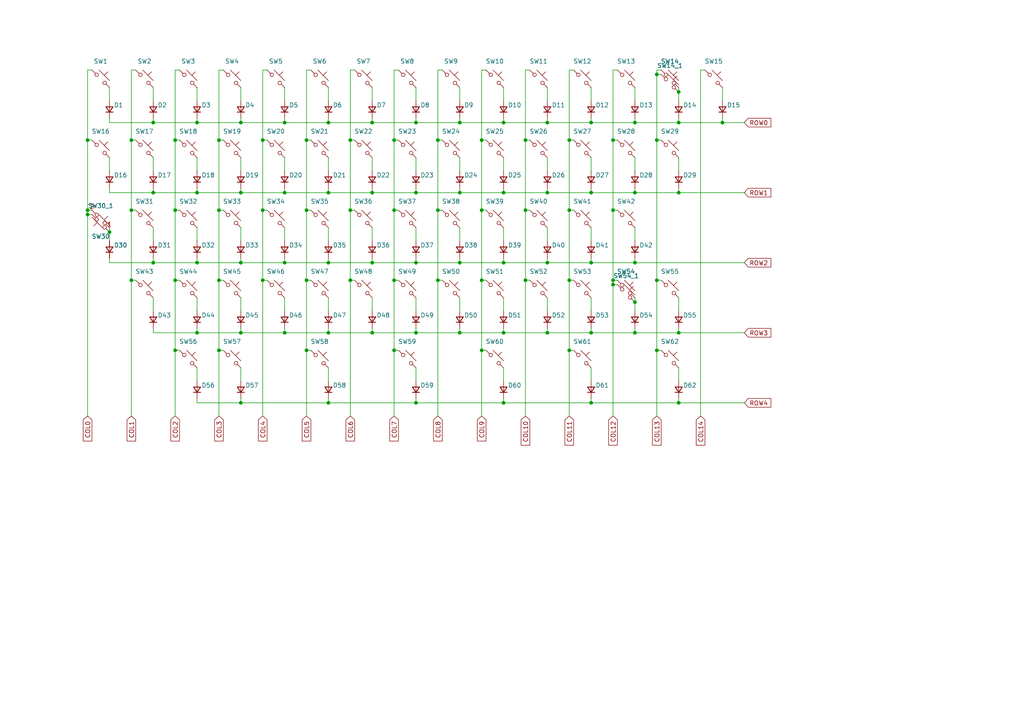
<source format=kicad_sch>
(kicad_sch (version 20250114) (generator "eeschema") (generator_version "9.0")
  (paper "A4")
  (junction (at 95.25 96.52))
  (junction (at 50.8 101.6))
  (junction (at 190.5 81.28))
  (junction (at 139.7 40.64))
  (junction (at 107.95 96.52))
  (junction (at 101.6 60.96))
  (junction (at 88.9 60.96))
  (junction (at 38.1 60.96))
  (junction (at 88.9 40.64))
  (junction (at 120.65 76.2))
  (junction (at 146.05 35.56))
  (junction (at 177.8 81.28))
  (junction (at 44.45 35.56))
  (junction (at 63.5 81.28))
  (junction (at 82.55 96.52))
  (junction (at 152.4 60.96))
  (junction (at 139.7 101.6))
  (junction (at 152.4 40.64))
  (junction (at 127 81.28))
  (junction (at 38.1 81.28))
  (junction (at 177.8 82.55))
  (junction (at 76.2 40.64))
  (junction (at 114.3 101.6))
  (junction (at 196.85 116.84))
  (junction (at 133.35 55.88))
  (junction (at 184.15 96.52))
  (junction (at 171.45 35.56))
  (junction (at 63.5 101.6))
  (junction (at 152.4 81.28))
  (junction (at 50.8 60.96))
  (junction (at 76.2 60.96))
  (junction (at 171.45 116.84))
  (junction (at 25.4 60.96))
  (junction (at 95.25 35.56))
  (junction (at 44.45 76.2))
  (junction (at 107.95 35.56))
  (junction (at 69.85 76.2))
  (junction (at 133.35 76.2))
  (junction (at 120.65 55.88))
  (junction (at 76.2 81.28))
  (junction (at 165.1 60.96))
  (junction (at 133.35 35.56))
  (junction (at 88.9 101.6))
  (junction (at 127 60.96))
  (junction (at 57.15 96.52))
  (junction (at 95.25 116.84))
  (junction (at 114.3 40.64))
  (junction (at 190.5 101.6))
  (junction (at 50.8 81.28))
  (junction (at 165.1 101.6))
  (junction (at 57.15 76.2))
  (junction (at 196.85 96.52))
  (junction (at 209.55 35.56))
  (junction (at 196.85 35.56))
  (junction (at 69.85 35.56))
  (junction (at 139.7 60.96))
  (junction (at 171.45 96.52))
  (junction (at 139.7 81.28))
  (junction (at 107.95 76.2))
  (junction (at 44.45 55.88))
  (junction (at 101.6 81.28))
  (junction (at 63.5 60.96))
  (junction (at 190.5 21.59))
  (junction (at 88.9 81.28))
  (junction (at 184.15 76.2))
  (junction (at 95.25 55.88))
  (junction (at 69.85 55.88))
  (junction (at 57.15 35.56))
  (junction (at 63.5 40.64))
  (junction (at 120.65 96.52))
  (junction (at 69.85 116.84))
  (junction (at 120.65 35.56))
  (junction (at 196.85 26.67))
  (junction (at 127 40.64))
  (junction (at 95.25 76.2))
  (junction (at 25.4 62.23))
  (junction (at 120.65 116.84))
  (junction (at 57.15 55.88))
  (junction (at 114.3 60.96))
  (junction (at 50.8 40.64))
  (junction (at 171.45 76.2))
  (junction (at 184.15 87.63))
  (junction (at 158.75 76.2))
  (junction (at 196.85 55.88))
  (junction (at 146.05 76.2))
  (junction (at 165.1 81.28))
  (junction (at 177.8 60.96))
  (junction (at 146.05 116.84))
  (junction (at 82.55 76.2))
  (junction (at 82.55 35.56))
  (junction (at 184.15 35.56))
  (junction (at 165.1 40.64))
  (junction (at 177.8 40.64))
  (junction (at 158.75 55.88))
  (junction (at 69.85 96.52))
  (junction (at 133.35 96.52))
  (junction (at 184.15 55.88))
  (junction (at 190.5 40.64))
  (junction (at 31.75 67.31))
  (junction (at 82.55 55.88))
  (junction (at 25.4 40.64))
  (junction (at 158.75 96.52))
  (junction (at 146.05 55.88))
  (junction (at 114.3 81.28))
  (junction (at 38.1 40.64))
  (junction (at 158.75 35.56))
  (junction (at 101.6 40.64))
  (junction (at 107.95 55.88))
  (junction (at 146.05 96.52))
  (junction (at 171.45 55.88))
  (wire (pts (xy 171.45 74.93) (xy 171.45 76.2)))
  (wire (pts (xy 139.7 40.64) (xy 139.7 60.96)))
  (wire (pts (xy 120.65 106.68) (xy 120.65 110.49)))
  (wire (pts (xy 101.6 40.64) (xy 101.6 60.96)))
  (wire (pts (xy 196.85 26.67) (xy 196.85 29.21)))
  (wire (pts (xy 44.45 35.56) (xy 57.15 35.56)))
  (wire (pts (xy 114.3 81.28) (xy 114.3 101.6)))
  (wire (pts (xy 101.6 81.28) (xy 101.6 120.65)))
  (wire (pts (xy 64.77 81.28) (xy 63.5 81.28)))
  (wire (pts (xy 120.65 76.2) (xy 133.35 76.2)))
  (wire (pts (xy 38.1 40.64) (xy 38.1 60.96)))
  (wire (pts (xy 128.27 81.28) (xy 127 81.28)))
  (wire (pts (xy 133.35 66.04) (xy 133.35 69.85)))
  (wire (pts (xy 76.2 81.28) (xy 76.2 120.65)))
  (wire (pts (xy 63.5 101.6) (xy 63.5 120.65)))
  (wire (pts (xy 128.27 20.32) (xy 127 20.32)))
  (wire (pts (xy 63.5 81.28) (xy 63.5 101.6)))
  (wire (pts (xy 95.25 25.4) (xy 95.25 29.21)))
  (wire (pts (xy 153.67 40.64) (xy 152.4 40.64)))
  (wire (pts (xy 171.45 35.56) (xy 184.15 35.56)))
  (wire (pts (xy 90.17 60.96) (xy 88.9 60.96)))
  (wire (pts (xy 146.05 74.93) (xy 146.05 76.2)))
  (wire (pts (xy 31.75 34.29) (xy 31.75 35.56)))
  (wire (pts (xy 127 60.96) (xy 127 81.28)))
  (wire (pts (xy 57.15 45.72) (xy 57.15 49.53)))
  (wire (pts (xy 190.5 40.64) (xy 190.5 81.28)))
  (wire (pts (xy 184.15 34.29) (xy 184.15 35.56)))
  (wire (pts (xy 95.25 76.2) (xy 107.95 76.2)))
  (wire (pts (xy 114.3 40.64) (xy 114.3 60.96)))
  (wire (pts (xy 38.1 20.32) (xy 38.1 40.64)))
  (wire (pts (xy 88.9 40.64) (xy 88.9 60.96)))
  (wire (pts (xy 77.47 40.64) (xy 76.2 40.64)))
  (wire (pts (xy 171.45 116.84) (xy 196.85 116.84)))
  (wire (pts (xy 82.55 66.04) (xy 82.55 69.85)))
  (wire (pts (xy 31.75 55.88) (xy 44.45 55.88)))
  (wire (pts (xy 69.85 34.29) (xy 69.85 35.56)))
  (wire (pts (xy 133.35 76.2) (xy 146.05 76.2)))
  (wire (pts (xy 165.1 40.64) (xy 165.1 60.96)))
  (wire (pts (xy 165.1 20.32) (xy 165.1 40.64)))
  (wire (pts (xy 69.85 96.52) (xy 82.55 96.52)))
  (wire (pts (xy 115.57 20.32) (xy 114.3 20.32)))
  (wire (pts (xy 120.65 115.57) (xy 120.65 116.84)))
  (wire (pts (xy 38.1 60.96) (xy 38.1 81.28)))
  (wire (pts (xy 127 20.32) (xy 127 40.64)))
  (wire (pts (xy 133.35 54.61) (xy 133.35 55.88)))
  (wire (pts (xy 69.85 115.57) (xy 69.85 116.84)))
  (wire (pts (xy 57.15 34.29) (xy 57.15 35.56)))
  (wire (pts (xy 171.45 66.04) (xy 171.45 69.85)))
  (wire (pts (xy 190.5 21.59) (xy 190.5 40.64)))
  (wire (pts (xy 101.6 20.32) (xy 101.6 40.64)))
  (wire (pts (xy 209.55 35.56) (xy 215.9 35.56)))
  (wire (pts (xy 52.07 40.64) (xy 50.8 40.64)))
  (wire (pts (xy 57.15 86.36) (xy 57.15 90.17)))
  (wire (pts (xy 133.35 95.25) (xy 133.35 96.52)))
  (wire (pts (xy 177.8 40.64) (xy 177.8 60.96)))
  (wire (pts (xy 38.1 81.28) (xy 38.1 120.65)))
  (wire (pts (xy 146.05 116.84) (xy 171.45 116.84)))
  (wire (pts (xy 44.45 55.88) (xy 57.15 55.88)))
  (wire (pts (xy 153.67 20.32) (xy 152.4 20.32)))
  (wire (pts (xy 82.55 35.56) (xy 95.25 35.56)))
  (wire (pts (xy 171.45 25.4) (xy 171.45 29.21)))
  (wire (pts (xy 31.75 45.72) (xy 31.75 49.53)))
  (wire (pts (xy 57.15 96.52) (xy 69.85 96.52)))
  (wire (pts (xy 77.47 20.32) (xy 76.2 20.32)))
  (wire (pts (xy 76.2 20.32) (xy 76.2 40.64)))
  (wire (pts (xy 165.1 60.96) (xy 165.1 81.28)))
  (wire (pts (xy 57.15 54.61) (xy 57.15 55.88)))
  (wire (pts (xy 90.17 20.32) (xy 88.9 20.32)))
  (wire (pts (xy 158.75 74.93) (xy 158.75 76.2)))
  (wire (pts (xy 26.67 62.23) (xy 25.4 62.23)))
  (wire (pts (xy 57.15 55.88) (xy 69.85 55.88)))
  (wire (pts (xy 69.85 76.2) (xy 82.55 76.2)))
  (wire (pts (xy 179.07 20.32) (xy 177.8 20.32)))
  (wire (pts (xy 196.85 115.57) (xy 196.85 116.84)))
  (wire (pts (xy 166.37 60.96) (xy 165.1 60.96)))
  (wire (pts (xy 196.85 95.25) (xy 196.85 96.52)))
  (wire (pts (xy 133.35 96.52) (xy 146.05 96.52)))
  (wire (pts (xy 177.8 82.55) (xy 177.8 120.65)))
  (wire (pts (xy 196.85 54.61) (xy 196.85 55.88)))
  (wire (pts (xy 120.65 116.84) (xy 146.05 116.84)))
  (wire (pts (xy 50.8 60.96) (xy 50.8 81.28)))
  (wire (pts (xy 107.95 55.88) (xy 120.65 55.88)))
  (wire (pts (xy 107.95 66.04) (xy 107.95 69.85)))
  (wire (pts (xy 171.45 106.68) (xy 171.45 110.49)))
  (wire (pts (xy 179.07 81.28) (xy 177.8 81.28)))
  (wire (pts (xy 82.55 25.4) (xy 82.55 29.21)))
  (wire (pts (xy 76.2 40.64) (xy 76.2 60.96)))
  (wire (pts (xy 64.77 40.64) (xy 63.5 40.64)))
  (wire (pts (xy 115.57 40.64) (xy 114.3 40.64)))
  (wire (pts (xy 209.55 25.4) (xy 209.55 29.21)))
  (wire (pts (xy 39.37 81.28) (xy 38.1 81.28)))
  (wire (pts (xy 50.8 101.6) (xy 50.8 120.65)))
  (wire (pts (xy 114.3 20.32) (xy 114.3 40.64)))
  (wire (pts (xy 184.15 87.63) (xy 184.15 90.17)))
  (wire (pts (xy 44.45 96.52) (xy 57.15 96.52)))
  (wire (pts (xy 158.75 34.29) (xy 158.75 35.56)))
  (wire (pts (xy 196.85 55.88) (xy 215.9 55.88)))
  (wire (pts (xy 146.05 45.72) (xy 146.05 49.53)))
  (wire (pts (xy 171.45 76.2) (xy 184.15 76.2)))
  (wire (pts (xy 44.45 76.2) (xy 57.15 76.2)))
  (wire (pts (xy 69.85 116.84) (xy 95.25 116.84)))
  (wire (pts (xy 165.1 81.28) (xy 165.1 101.6)))
  (wire (pts (xy 115.57 101.6) (xy 114.3 101.6)))
  (wire (pts (xy 190.5 101.6) (xy 190.5 120.65)))
  (wire (pts (xy 77.47 81.28) (xy 76.2 81.28)))
  (wire (pts (xy 102.87 81.28) (xy 101.6 81.28)))
  (wire (pts (xy 190.5 20.32) (xy 190.5 21.59)))
  (wire (pts (xy 26.67 20.32) (xy 25.4 20.32)))
  (wire (pts (xy 203.2 20.32) (xy 203.2 120.65)))
  (wire (pts (xy 52.07 81.28) (xy 50.8 81.28)))
  (wire (pts (xy 39.37 20.32) (xy 38.1 20.32)))
  (wire (pts (xy 139.7 60.96) (xy 139.7 81.28)))
  (wire (pts (xy 153.67 81.28) (xy 152.4 81.28)))
  (wire (pts (xy 69.85 106.68) (xy 69.85 110.49)))
  (wire (pts (xy 120.65 74.93) (xy 120.65 76.2)))
  (wire (pts (xy 133.35 45.72) (xy 133.35 49.53)))
  (wire (pts (xy 115.57 81.28) (xy 114.3 81.28)))
  (wire (pts (xy 146.05 76.2) (xy 158.75 76.2)))
  (wire (pts (xy 152.4 20.32) (xy 152.4 40.64)))
  (wire (pts (xy 171.45 86.36) (xy 171.45 90.17)))
  (wire (pts (xy 158.75 35.56) (xy 171.45 35.56)))
  (wire (pts (xy 120.65 54.61) (xy 120.65 55.88)))
  (wire (pts (xy 177.8 60.96) (xy 177.8 81.28)))
  (wire (pts (xy 120.65 55.88) (xy 133.35 55.88)))
  (wire (pts (xy 57.15 95.25) (xy 57.15 96.52)))
  (wire (pts (xy 120.65 34.29) (xy 120.65 35.56)))
  (wire (pts (xy 25.4 62.23) (xy 25.4 120.65)))
  (wire (pts (xy 146.05 55.88) (xy 158.75 55.88)))
  (wire (pts (xy 31.75 74.93) (xy 31.75 76.2)))
  (wire (pts (xy 31.75 54.61) (xy 31.75 55.88)))
  (wire (pts (xy 152.4 81.28) (xy 152.4 120.65)))
  (wire (pts (xy 158.75 54.61) (xy 158.75 55.88)))
  (wire (pts (xy 171.45 55.88) (xy 184.15 55.88)))
  (wire (pts (xy 166.37 81.28) (xy 165.1 81.28)))
  (wire (pts (xy 191.77 81.28) (xy 190.5 81.28)))
  (wire (pts (xy 77.47 60.96) (xy 76.2 60.96)))
  (wire (pts (xy 26.67 60.96) (xy 25.4 60.96)))
  (wire (pts (xy 107.95 45.72) (xy 107.95 49.53)))
  (wire (pts (xy 158.75 95.25) (xy 158.75 96.52)))
  (wire (pts (xy 95.25 95.25) (xy 95.25 96.52)))
  (wire (pts (xy 82.55 74.93) (xy 82.55 76.2)))
  (wire (pts (xy 50.8 20.32) (xy 50.8 40.64)))
  (wire (pts (xy 184.15 45.72) (xy 184.15 49.53)))
  (wire (pts (xy 64.77 60.96) (xy 63.5 60.96)))
  (wire (pts (xy 158.75 66.04) (xy 158.75 69.85)))
  (wire (pts (xy 120.65 86.36) (xy 120.65 90.17)))
  (wire (pts (xy 95.25 55.88) (xy 107.95 55.88)))
  (wire (pts (xy 95.25 74.93) (xy 95.25 76.2)))
  (wire (pts (xy 95.25 106.68) (xy 95.25 110.49)))
  (wire (pts (xy 25.4 40.64) (xy 25.4 60.96)))
  (wire (pts (xy 146.05 54.61) (xy 146.05 55.88)))
  (wire (pts (xy 90.17 40.64) (xy 88.9 40.64)))
  (wire (pts (xy 44.45 34.29) (xy 44.45 35.56)))
  (wire (pts (xy 90.17 101.6) (xy 88.9 101.6)))
  (wire (pts (xy 25.4 60.96) (xy 25.4 62.23)))
  (wire (pts (xy 31.75 67.31) (xy 31.75 69.85)))
  (wire (pts (xy 107.95 35.56) (xy 120.65 35.56)))
  (wire (pts (xy 133.35 86.36) (xy 133.35 90.17)))
  (wire (pts (xy 133.35 34.29) (xy 133.35 35.56)))
  (wire (pts (xy 158.75 76.2) (xy 171.45 76.2)))
  (wire (pts (xy 179.07 82.55) (xy 177.8 82.55)))
  (wire (pts (xy 95.25 116.84) (xy 120.65 116.84)))
  (wire (pts (xy 82.55 96.52) (xy 95.25 96.52)))
  (wire (pts (xy 196.85 25.4) (xy 196.85 26.67)))
  (wire (pts (xy 82.55 95.25) (xy 82.55 96.52)))
  (wire (pts (xy 177.8 20.32) (xy 177.8 40.64)))
  (wire (pts (xy 196.85 45.72) (xy 196.85 49.53)))
  (wire (pts (xy 69.85 35.56) (xy 82.55 35.56)))
  (wire (pts (xy 82.55 55.88) (xy 95.25 55.88)))
  (wire (pts (xy 107.95 95.25) (xy 107.95 96.52)))
  (wire (pts (xy 204.47 20.32) (xy 203.2 20.32)))
  (wire (pts (xy 184.15 86.36) (xy 184.15 87.63)))
  (wire (pts (xy 107.95 25.4) (xy 107.95 29.21)))
  (wire (pts (xy 52.07 101.6) (xy 50.8 101.6)))
  (wire (pts (xy 69.85 25.4) (xy 69.85 29.21)))
  (wire (pts (xy 57.15 106.68) (xy 57.15 110.49)))
  (wire (pts (xy 57.15 115.57) (xy 57.15 116.84)))
  (wire (pts (xy 57.15 116.84) (xy 69.85 116.84)))
  (wire (pts (xy 158.75 45.72) (xy 158.75 49.53)))
  (wire (pts (xy 69.85 66.04) (xy 69.85 69.85)))
  (wire (pts (xy 63.5 60.96) (xy 63.5 81.28)))
  (wire (pts (xy 133.35 55.88) (xy 146.05 55.88)))
  (wire (pts (xy 82.55 86.36) (xy 82.55 90.17)))
  (wire (pts (xy 158.75 55.88) (xy 171.45 55.88)))
  (wire (pts (xy 171.45 54.61) (xy 171.45 55.88)))
  (wire (pts (xy 146.05 25.4) (xy 146.05 29.21)))
  (wire (pts (xy 88.9 81.28) (xy 88.9 101.6)))
  (wire (pts (xy 69.85 54.61) (xy 69.85 55.88)))
  (wire (pts (xy 114.3 60.96) (xy 114.3 81.28)))
  (wire (pts (xy 52.07 60.96) (xy 50.8 60.96)))
  (wire (pts (xy 44.45 54.61) (xy 44.45 55.88)))
  (wire (pts (xy 95.25 86.36) (xy 95.25 90.17)))
  (wire (pts (xy 196.85 34.29) (xy 196.85 35.56)))
  (wire (pts (xy 166.37 101.6) (xy 165.1 101.6)))
  (wire (pts (xy 152.4 40.64) (xy 152.4 60.96)))
  (wire (pts (xy 25.4 20.32) (xy 25.4 40.64)))
  (wire (pts (xy 82.55 54.61) (xy 82.55 55.88)))
  (wire (pts (xy 146.05 86.36) (xy 146.05 90.17)))
  (wire (pts (xy 69.85 45.72) (xy 69.85 49.53)))
  (wire (pts (xy 57.15 76.2) (xy 69.85 76.2)))
  (wire (pts (xy 171.45 115.57) (xy 171.45 116.84)))
  (wire (pts (xy 88.9 20.32) (xy 88.9 40.64)))
  (wire (pts (xy 52.07 20.32) (xy 50.8 20.32)))
  (wire (pts (xy 102.87 20.32) (xy 101.6 20.32)))
  (wire (pts (xy 31.75 66.04) (xy 31.75 67.31)))
  (wire (pts (xy 171.45 45.72) (xy 171.45 49.53)))
  (wire (pts (xy 88.9 101.6) (xy 88.9 120.65)))
  (wire (pts (xy 101.6 60.96) (xy 101.6 81.28)))
  (wire (pts (xy 177.8 81.28) (xy 177.8 82.55)))
  (wire (pts (xy 190.5 81.28) (xy 190.5 101.6)))
  (wire (pts (xy 140.97 60.96) (xy 139.7 60.96)))
  (wire (pts (xy 165.1 101.6) (xy 165.1 120.65)))
  (wire (pts (xy 171.45 96.52) (xy 184.15 96.52)))
  (wire (pts (xy 166.37 20.32) (xy 165.1 20.32)))
  (wire (pts (xy 166.37 40.64) (xy 165.1 40.64)))
  (wire (pts (xy 128.27 60.96) (xy 127 60.96)))
  (wire (pts (xy 184.15 66.04) (xy 184.15 69.85)))
  (wire (pts (xy 102.87 60.96) (xy 101.6 60.96)))
  (wire (pts (xy 82.55 34.29) (xy 82.55 35.56)))
  (wire (pts (xy 95.25 66.04) (xy 95.25 69.85)))
  (wire (pts (xy 196.85 86.36) (xy 196.85 90.17)))
  (wire (pts (xy 184.15 95.25) (xy 184.15 96.52)))
  (wire (pts (xy 107.95 74.93) (xy 107.95 76.2)))
  (wire (pts (xy 133.35 35.56) (xy 146.05 35.56)))
  (wire (pts (xy 184.15 25.4) (xy 184.15 29.21)))
  (wire (pts (xy 69.85 74.93) (xy 69.85 76.2)))
  (wire (pts (xy 44.45 74.93) (xy 44.45 76.2)))
  (wire (pts (xy 82.55 45.72) (xy 82.55 49.53)))
  (wire (pts (xy 120.65 35.56) (xy 133.35 35.56)))
  (wire (pts (xy 196.85 116.84) (xy 215.9 116.84)))
  (wire (pts (xy 95.25 54.61) (xy 95.25 55.88)))
  (wire (pts (xy 120.65 66.04) (xy 120.65 69.85)))
  (wire (pts (xy 120.65 96.52) (xy 133.35 96.52)))
  (wire (pts (xy 31.75 35.56) (xy 44.45 35.56)))
  (wire (pts (xy 95.25 115.57) (xy 95.25 116.84)))
  (wire (pts (xy 39.37 60.96) (xy 38.1 60.96)))
  (wire (pts (xy 44.45 45.72) (xy 44.45 49.53)))
  (wire (pts (xy 63.5 40.64) (xy 63.5 60.96)))
  (wire (pts (xy 107.95 54.61) (xy 107.95 55.88)))
  (wire (pts (xy 196.85 35.56) (xy 209.55 35.56)))
  (wire (pts (xy 26.67 40.64) (xy 25.4 40.64)))
  (wire (pts (xy 50.8 81.28) (xy 50.8 101.6)))
  (wire (pts (xy 146.05 34.29) (xy 146.05 35.56)))
  (wire (pts (xy 196.85 106.68) (xy 196.85 110.49)))
  (wire (pts (xy 114.3 101.6) (xy 114.3 120.65)))
  (wire (pts (xy 209.55 34.29) (xy 209.55 35.56)))
  (wire (pts (xy 153.67 60.96) (xy 152.4 60.96)))
  (wire (pts (xy 57.15 74.93) (xy 57.15 76.2)))
  (wire (pts (xy 184.15 76.2) (xy 215.9 76.2)))
  (wire (pts (xy 44.45 95.25) (xy 44.45 96.52)))
  (wire (pts (xy 191.77 40.64) (xy 190.5 40.64)))
  (wire (pts (xy 140.97 101.6) (xy 139.7 101.6)))
  (wire (pts (xy 95.25 35.56) (xy 107.95 35.56)))
  (wire (pts (xy 69.85 86.36) (xy 69.85 90.17)))
  (wire (pts (xy 82.55 76.2) (xy 95.25 76.2)))
  (wire (pts (xy 184.15 35.56) (xy 196.85 35.56)))
  (wire (pts (xy 184.15 54.61) (xy 184.15 55.88)))
  (wire (pts (xy 146.05 35.56) (xy 158.75 35.56)))
  (wire (pts (xy 57.15 25.4) (xy 57.15 29.21)))
  (wire (pts (xy 39.37 40.64) (xy 38.1 40.64)))
  (wire (pts (xy 31.75 25.4) (xy 31.75 29.21)))
  (wire (pts (xy 95.25 96.52) (xy 107.95 96.52)))
  (wire (pts (xy 76.2 60.96) (xy 76.2 81.28)))
  (wire (pts (xy 107.95 86.36) (xy 107.95 90.17)))
  (wire (pts (xy 133.35 25.4) (xy 133.35 29.21)))
  (wire (pts (xy 171.45 95.25) (xy 171.45 96.52)))
  (wire (pts (xy 146.05 96.52) (xy 158.75 96.52)))
  (wire (pts (xy 140.97 81.28) (xy 139.7 81.28)))
  (wire (pts (xy 95.25 45.72) (xy 95.25 49.53)))
  (wire (pts (xy 196.85 96.52) (xy 215.9 96.52)))
  (wire (pts (xy 69.85 95.25) (xy 69.85 96.52)))
  (wire (pts (xy 158.75 96.52) (xy 171.45 96.52)))
  (wire (pts (xy 184.15 96.52) (xy 196.85 96.52)))
  (wire (pts (xy 152.4 60.96) (xy 152.4 81.28)))
  (wire (pts (xy 50.8 40.64) (xy 50.8 60.96)))
  (wire (pts (xy 115.57 60.96) (xy 114.3 60.96)))
  (wire (pts (xy 133.35 74.93) (xy 133.35 76.2)))
  (wire (pts (xy 146.05 106.68) (xy 146.05 110.49)))
  (wire (pts (xy 31.75 76.2) (xy 44.45 76.2)))
  (wire (pts (xy 90.17 81.28) (xy 88.9 81.28)))
  (wire (pts (xy 69.85 55.88) (xy 82.55 55.88)))
  (wire (pts (xy 191.77 101.6) (xy 190.5 101.6)))
  (wire (pts (xy 158.75 25.4) (xy 158.75 29.21)))
  (wire (pts (xy 191.77 20.32) (xy 190.5 20.32)))
  (wire (pts (xy 120.65 95.25) (xy 120.65 96.52)))
  (wire (pts (xy 179.07 40.64) (xy 177.8 40.64)))
  (wire (pts (xy 64.77 101.6) (xy 63.5 101.6)))
  (wire (pts (xy 140.97 20.32) (xy 139.7 20.32)))
  (wire (pts (xy 95.25 34.29) (xy 95.25 35.56)))
  (wire (pts (xy 63.5 20.32) (xy 63.5 40.64)))
  (wire (pts (xy 120.65 25.4) (xy 120.65 29.21)))
  (wire (pts (xy 191.77 21.59) (xy 190.5 21.59)))
  (wire (pts (xy 127 81.28) (xy 127 120.65)))
  (wire (pts (xy 120.65 45.72) (xy 120.65 49.53)))
  (wire (pts (xy 146.05 115.57) (xy 146.05 116.84)))
  (wire (pts (xy 128.27 40.64) (xy 127 40.64)))
  (wire (pts (xy 107.95 34.29) (xy 107.95 35.56)))
  (wire (pts (xy 107.95 96.52) (xy 120.65 96.52)))
  (wire (pts (xy 44.45 25.4) (xy 44.45 29.21)))
  (wire (pts (xy 57.15 35.56) (xy 69.85 35.56)))
  (wire (pts (xy 171.45 34.29) (xy 171.45 35.56)))
  (wire (pts (xy 44.45 66.04) (xy 44.45 69.85)))
  (wire (pts (xy 107.95 76.2) (xy 120.65 76.2)))
  (wire (pts (xy 139.7 81.28) (xy 139.7 101.6)))
  (wire (pts (xy 184.15 74.93) (xy 184.15 76.2)))
  (wire (pts (xy 146.05 95.25) (xy 146.05 96.52)))
  (wire (pts (xy 127 40.64) (xy 127 60.96)))
  (wire (pts (xy 57.15 66.04) (xy 57.15 69.85)))
  (wire (pts (xy 158.75 86.36) (xy 158.75 90.17)))
  (wire (pts (xy 139.7 20.32) (xy 139.7 40.64)))
  (wire (pts (xy 184.15 55.88) (xy 196.85 55.88)))
  (wire (pts (xy 179.07 60.96) (xy 177.8 60.96)))
  (wire (pts (xy 146.05 66.04) (xy 146.05 69.85)))
  (wire (pts (xy 64.77 20.32) (xy 63.5 20.32)))
  (wire (pts (xy 44.45 86.36) (xy 44.45 90.17)))
  (wire (pts (xy 102.87 40.64) (xy 101.6 40.64)))
  (wire (pts (xy 140.97 40.64) (xy 139.7 40.64)))
  (wire (pts (xy 139.7 101.6) (xy 139.7 120.65)))
  (wire (pts (xy 88.9 60.96) (xy 88.9 81.28)))
  (global_label "COL5" (shape input) (at 88.9 120.65 270) (property "Intersheetrefs" "${INTERSHEET_REFS}" (effects (hide yes))))
  (global_label "COL12" (shape input) (at 177.8 120.65 270) (property "Intersheetrefs" "${INTERSHEET_REFS}" (effects (hide yes))))
  (global_label "ROW1" (shape input) (at 215.9 55.88 0) (property "Intersheetrefs" "${INTERSHEET_REFS}" (effects (hide yes))))
  (global_label "ROW4" (shape input) (at 215.9 116.84 0) (property "Intersheetrefs" "${INTERSHEET_REFS}" (effects (hide yes))))
  (global_label "COL10" (shape input) (at 152.4 120.65 270) (property "Intersheetrefs" "${INTERSHEET_REFS}" (effects (hide yes))))
  (global_label "COL7" (shape input) (at 114.3 120.65 270) (property "Intersheetrefs" "${INTERSHEET_REFS}" (effects (hide yes))))
  (global_label "COL13" (shape input) (at 190.5 120.65 270) (property "Intersheetrefs" "${INTERSHEET_REFS}" (effects (hide yes))))
  (global_label "COL4" (shape input) (at 76.2 120.65 270) (property "Intersheetrefs" "${INTERSHEET_REFS}" (effects (hide yes))))
  (global_label "COL8" (shape input) (at 127 120.65 270) (property "Intersheetrefs" "${INTERSHEET_REFS}" (effects (hide yes))))
  (global_label "COL6" (shape input) (at 101.6 120.65 270) (property "Intersheetrefs" "${INTERSHEET_REFS}" (effects (hide yes))))
  (global_label "ROW2" (shape input) (at 215.9 76.2 0) (property "Intersheetrefs" "${INTERSHEET_REFS}" (effects (hide yes))))
  (global_label "COL3" (shape input) (at 63.5 120.65 270) (property "Intersheetrefs" "${INTERSHEET_REFS}" (effects (hide yes))))
  (global_label "COL11" (shape input) (at 165.1 120.65 270) (property "Intersheetrefs" "${INTERSHEET_REFS}" (effects (hide yes))))
  (global_label "COL2" (shape input) (at 50.8 120.65 270) (property "Intersheetrefs" "${INTERSHEET_REFS}" (effects (hide yes))))
  (global_label "ROW0" (shape input) (at 215.9 35.56 0) (property "Intersheetrefs" "${INTERSHEET_REFS}" (effects (hide yes))))
  (global_label "COL9" (shape input) (at 139.7 120.65 270) (property "Intersheetrefs" "${INTERSHEET_REFS}" (effects (hide yes))))
  (global_label "COL0" (shape input) (at 25.4 120.65 270) (property "Intersheetrefs" "${INTERSHEET_REFS}" (effects (hide yes))))
  (global_label "ROW3" (shape input) (at 215.9 96.52 0) (property "Intersheetrefs" "${INTERSHEET_REFS}" (effects (hide yes))))
  (global_label "COL14" (shape input) (at 203.2 120.65 270) (property "Intersheetrefs" "${INTERSHEET_REFS}" (effects (hide yes))))
  (global_label "COL1" (shape input) (at 38.1 120.65 270) (property "Intersheetrefs" "${INTERSHEET_REFS}" (effects (hide yes))))
  (symbol (lib_id "Device:D_Small") (at 57.15 72.39 90) (unit 1)
    (property "Reference" "D32" (at 58.42 71.12 90) (effects (justify right)))
    (property "Value" "1N4148" (effects (hide yes)))
    (property "Footprint" "Diode_SMD:D_0805_2012Metric_Pad1.15x1.40mm_HandSolder" (effects (hide yes)))
    (property "Sim.Device" "D" (effects (hide yes)))
    (property "Sim.Pins" "1=K 2=A" (effects (hide yes)))
  )
  (symbol (lib_id "Switch:SW_Push_45deg") (at 168.91 83.82 0) (unit 1)
    (property "Reference" "SW53" (at 168.91 78.74 0))
    (property "Value" "SW_Push" (effects (hide yes)))
    (property "Footprint" "locallib:SW_Hybrid_Cherry_MX_Alps_1.00u" (effects (hide yes)))
  )
  (symbol (lib_id "Device:D_Small") (at 95.25 72.39 90) (unit 1)
    (property "Reference" "D35" (at 96.52 71.12 90) (effects (justify right)))
    (property "Value" "1N4148" (effects (hide yes)))
    (property "Footprint" "Diode_SMD:D_0805_2012Metric_Pad1.15x1.40mm_HandSolder" (effects (hide yes)))
    (property "Sim.Device" "D" (effects (hide yes)))
    (property "Sim.Pins" "1=K 2=A" (effects (hide yes)))
  )
  (symbol (lib_id "Switch:SW_Push_45deg") (at 143.51 63.5 0) (unit 1)
    (property "Reference" "SW39" (at 143.51 58.42 0))
    (property "Value" "SW_Push" (effects (hide yes)))
    (property "Footprint" "locallib:SW_Hybrid_Cherry_MX_Alps_1.00u" (effects (hide yes)))
  )
  (symbol (lib_id "Device:D_Small") (at 57.15 113.03 90) (unit 1)
    (property "Reference" "D56" (at 58.42 111.76 90) (effects (justify right)))
    (property "Value" "1N4148" (effects (hide yes)))
    (property "Footprint" "Diode_SMD:D_0805_2012Metric_Pad1.15x1.40mm_HandSolder" (effects (hide yes)))
    (property "Sim.Device" "D" (effects (hide yes)))
    (property "Sim.Pins" "1=K 2=A" (effects (hide yes)))
  )
  (symbol (lib_id "Switch:SW_Push_45deg") (at 105.41 83.82 0) (unit 1)
    (property "Reference" "SW48" (at 105.41 78.74 0))
    (property "Value" "SW_Push" (effects (hide yes)))
    (property "Footprint" "locallib:SW_Hybrid_Cherry_MX_Alps_1.00u" (effects (hide yes)))
  )
  (symbol (lib_id "Switch:SW_Push_45deg") (at 29.21 43.18 0) (unit 1)
    (property "Reference" "SW16" (at 29.21 38.1 0))
    (property "Value" "SW_Push" (effects (hide yes)))
    (property "Footprint" "locallib:SW_Hybrid_Cherry_MX_Alps_1.00u" (effects (hide yes)))
  )
  (symbol (lib_id "Switch:SW_Push_45deg") (at 168.91 104.14 0) (unit 1)
    (property "Reference" "SW61" (at 168.91 99.06 0))
    (property "Value" "SW_Push" (effects (hide yes)))
    (property "Footprint" "locallib:SW_Hybrid_Cherry_MX_Alps_1.00u" (effects (hide yes)))
  )
  (symbol (lib_id "Switch:SW_Push_45deg") (at 67.31 104.14 0) (unit 1)
    (property "Reference" "SW57" (at 67.31 99.06 0))
    (property "Value" "SW_Push" (effects (hide yes)))
    (property "Footprint" "locallib:SW_Hybrid_Cherry_MX_Alps_1.00u" (effects (hide yes)))
  )
  (symbol (lib_id "Device:D_Small") (at 146.05 92.71 90) (unit 1)
    (property "Reference" "D51" (at 147.32 91.44 90) (effects (justify right)))
    (property "Value" "1N4148" (effects (hide yes)))
    (property "Footprint" "Diode_SMD:D_0805_2012Metric_Pad1.15x1.40mm_HandSolder" (effects (hide yes)))
    (property "Sim.Device" "D" (effects (hide yes)))
    (property "Sim.Pins" "1=K 2=A" (effects (hide yes)))
  )
  (symbol (lib_id "Device:D_Small") (at 95.25 113.03 90) (unit 1)
    (property "Reference" "D58" (at 96.52 111.76 90) (effects (justify right)))
    (property "Value" "1N4148" (effects (hide yes)))
    (property "Footprint" "Diode_SMD:D_0805_2012Metric_Pad1.15x1.40mm_HandSolder" (effects (hide yes)))
    (property "Sim.Device" "D" (effects (hide yes)))
    (property "Sim.Pins" "1=K 2=A" (effects (hide yes)))
  )
  (symbol (lib_id "Switch:SW_Push_45deg") (at 80.01 22.86 0) (unit 1)
    (property "Reference" "SW5" (at 80.01 17.78 0))
    (property "Value" "SW_Push" (effects (hide yes)))
    (property "Footprint" "locallib:SW_Hybrid_Cherry_MX_Alps_1.00u" (effects (hide yes)))
  )
  (symbol (lib_id "Switch:SW_Push_45deg") (at 181.61 22.86 0) (unit 1)
    (property "Reference" "SW13" (at 181.61 17.78 0))
    (property "Value" "SW_Push" (effects (hide yes)))
    (property "Footprint" "locallib:SW_Hybrid_Cherry_MX_Alps_1.00u" (effects (hide yes)))
  )
  (symbol (lib_id "Device:D_Small") (at 120.65 52.07 90) (unit 1)
    (property "Reference" "D23" (at 121.92 50.8 90) (effects (justify right)))
    (property "Value" "1N4148" (effects (hide yes)))
    (property "Footprint" "Diode_SMD:D_0805_2012Metric_Pad1.15x1.40mm_HandSolder" (effects (hide yes)))
    (property "Sim.Device" "D" (effects (hide yes)))
    (property "Sim.Pins" "1=K 2=A" (effects (hide yes)))
  )
  (symbol (lib_id "Switch:SW_Push_45deg") (at 118.11 104.14 0) (unit 1)
    (property "Reference" "SW59" (at 118.11 99.06 0))
    (property "Value" "SW_Push" (effects (hide yes)))
    (property "Footprint" "locallib:SW_Hybrid_Cherry_MX_Alps_1.00u" (effects (hide yes)))
  )
  (symbol (lib_id "Device:D_Small") (at 158.75 72.39 90) (unit 1)
    (property "Reference" "D40" (at 160.02 71.12 90) (effects (justify right)))
    (property "Value" "1N4148" (effects (hide yes)))
    (property "Footprint" "Diode_SMD:D_0805_2012Metric_Pad1.15x1.40mm_HandSolder" (effects (hide yes)))
    (property "Sim.Device" "D" (effects (hide yes)))
    (property "Sim.Pins" "1=K 2=A" (effects (hide yes)))
  )
  (symbol (lib_id "Switch:SW_Push_45deg") (at 41.91 22.86 0) (unit 1)
    (property "Reference" "SW2" (at 41.91 17.78 0))
    (property "Value" "SW_Push" (effects (hide yes)))
    (property "Footprint" "locallib:SW_Hybrid_Cherry_MX_Alps_1.00u" (effects (hide yes)))
  )
  (symbol (lib_id "Switch:SW_Push_45deg") (at 130.81 63.5 0) (unit 1)
    (property "Reference" "SW38" (at 130.81 58.42 0))
    (property "Value" "SW_Push" (effects (hide yes)))
    (property "Footprint" "locallib:SW_Hybrid_Cherry_MX_Alps_1.00u" (effects (hide yes)))
  )
  (symbol (lib_name "SW_Push_45deg_1") (lib_id "Switch:SW_Push_45deg") (at 29.21 63.5 180) (unit 1)
    (property "Reference" "SW30" (at 29.21 68.58 0))
    (property "Value" "SW_Push" (effects (hide yes)))
    (property "Footprint" "locallib:SW_Hybrid_Cherry_MX_Alps_1.00u" (effects (hide yes)))
  )
  (symbol (lib_id "Switch:SW_Push_45deg") (at 143.51 43.18 0) (unit 1)
    (property "Reference" "SW25" (at 143.51 38.1 0))
    (property "Value" "SW_Push" (effects (hide yes)))
    (property "Footprint" "locallib:SW_Hybrid_Cherry_MX_Alps_1.00u" (effects (hide yes)))
  )
  (symbol (lib_id "Device:D_Small") (at 184.15 92.71 90) (unit 1)
    (property "Reference" "D54" (at 185.42 91.44 90) (effects (justify right)))
    (property "Value" "1N4148" (effects (hide yes)))
    (property "Footprint" "Diode_SMD:D_0805_2012Metric_Pad1.15x1.40mm_HandSolder" (effects (hide yes)))
    (property "Sim.Device" "D" (effects (hide yes)))
    (property "Sim.Pins" "1=K 2=A" (effects (hide yes)))
  )
  (symbol (lib_id "Device:D_Small") (at 196.85 92.71 90) (unit 1)
    (property "Reference" "D55" (at 198.12 91.44 90) (effects (justify right)))
    (property "Value" "1N4148" (effects (hide yes)))
    (property "Footprint" "Diode_SMD:D_0805_2012Metric_Pad1.15x1.40mm_HandSolder" (effects (hide yes)))
    (property "Sim.Device" "D" (effects (hide yes)))
    (property "Sim.Pins" "1=K 2=A" (effects (hide yes)))
  )
  (symbol (lib_id "Switch:SW_Push_45deg") (at 194.31 24.13 0) (unit 1)
    (property "Reference" "SW14_1" (at 194.31 19.05 0))
    (property "Value" "SW_Push" (effects (hide yes)))
    (property "Footprint" "locallib:SW_Hybrid_Cherry_MX_Alps_1.00u" (effects (hide yes)))
  )
  (symbol (lib_id "Device:D_Small") (at 209.55 31.75 90) (unit 1)
    (property "Reference" "D15" (at 210.82 30.48 90) (effects (justify right)))
    (property "Value" "1N4148" (effects (hide yes)))
    (property "Footprint" "Diode_SMD:D_0805_2012Metric_Pad1.15x1.40mm_HandSolder" (effects (hide yes)))
    (property "Sim.Device" "D" (effects (hide yes)))
    (property "Sim.Pins" "1=K 2=A" (effects (hide yes)))
  )
  (symbol (lib_id "Device:D_Small") (at 44.45 72.39 90) (unit 1)
    (property "Reference" "D31" (at 45.72 71.12 90) (effects (justify right)))
    (property "Value" "1N4148" (effects (hide yes)))
    (property "Footprint" "Diode_SMD:D_0805_2012Metric_Pad1.15x1.40mm_HandSolder" (effects (hide yes)))
    (property "Sim.Device" "D" (effects (hide yes)))
    (property "Sim.Pins" "1=K 2=A" (effects (hide yes)))
  )
  (symbol (lib_id "Device:D_Small") (at 69.85 52.07 90) (unit 1)
    (property "Reference" "D19" (at 71.12 50.8 90) (effects (justify right)))
    (property "Value" "1N4148" (effects (hide yes)))
    (property "Footprint" "Diode_SMD:D_0805_2012Metric_Pad1.15x1.40mm_HandSolder" (effects (hide yes)))
    (property "Sim.Device" "D" (effects (hide yes)))
    (property "Sim.Pins" "1=K 2=A" (effects (hide yes)))
  )
  (symbol (lib_id "Device:D_Small") (at 31.75 31.75 90) (unit 1)
    (property "Reference" "D1" (at 33.02 30.48 90) (effects (justify right)))
    (property "Value" "1N4148" (effects (hide yes)))
    (property "Footprint" "Diode_SMD:D_0805_2012Metric_Pad1.15x1.40mm_HandSolder" (effects (hide yes)))
    (property "Sim.Device" "D" (effects (hide yes)))
    (property "Sim.Pins" "1=K 2=A" (effects (hide yes)))
  )
  (symbol (lib_id "Device:D_Small") (at 171.45 72.39 90) (unit 1)
    (property "Reference" "D41" (at 172.72 71.12 90) (effects (justify right)))
    (property "Value" "1N4148" (effects (hide yes)))
    (property "Footprint" "Diode_SMD:D_0805_2012Metric_Pad1.15x1.40mm_HandSolder" (effects (hide yes)))
    (property "Sim.Device" "D" (effects (hide yes)))
    (property "Sim.Pins" "1=K 2=A" (effects (hide yes)))
  )
  (symbol (lib_id "Switch:SW_Push_45deg") (at 156.21 63.5 0) (unit 1)
    (property "Reference" "SW40" (at 156.21 58.42 0))
    (property "Value" "SW_Push" (effects (hide yes)))
    (property "Footprint" "locallib:SW_Hybrid_Cherry_MX_Alps_1.00u" (effects (hide yes)))
  )
  (symbol (lib_id "Switch:SW_Push_45deg") (at 54.61 22.86 0) (unit 1)
    (property "Reference" "SW3" (at 54.61 17.78 0))
    (property "Value" "SW_Push" (effects (hide yes)))
    (property "Footprint" "locallib:SW_Hybrid_Cherry_MX_Alps_1.00u" (effects (hide yes)))
  )
  (symbol (lib_id "Device:D_Small") (at 95.25 31.75 90) (unit 1)
    (property "Reference" "D6" (at 96.52 30.48 90) (effects (justify right)))
    (property "Value" "1N4148" (effects (hide yes)))
    (property "Footprint" "Diode_SMD:D_0805_2012Metric_Pad1.15x1.40mm_HandSolder" (effects (hide yes)))
    (property "Sim.Device" "D" (effects (hide yes)))
    (property "Sim.Pins" "1=K 2=A" (effects (hide yes)))
  )
  (symbol (lib_id "Switch:SW_Push_45deg") (at 143.51 83.82 0) (unit 1)
    (property "Reference" "SW51" (at 143.51 78.74 0))
    (property "Value" "SW_Push" (effects (hide yes)))
    (property "Footprint" "locallib:SW_Hybrid_Cherry_MX_Alps_1.00u" (effects (hide yes)))
  )
  (symbol (lib_id "Switch:SW_Push_45deg") (at 92.71 104.14 0) (unit 1)
    (property "Reference" "SW58" (at 92.71 99.06 0))
    (property "Value" "SW_Push" (effects (hide yes)))
    (property "Footprint" "locallib:SW_Hybrid_Cherry_MX_Alps_1.00u" (effects (hide yes)))
  )
  (symbol (lib_id "Switch:SW_Push_45deg") (at 54.61 83.82 0) (unit 1)
    (property "Reference" "SW44" (at 54.61 78.74 0))
    (property "Value" "SW_Push" (effects (hide yes)))
    (property "Footprint" "locallib:SW_Hybrid_Cherry_MX_Alps_1.00u" (effects (hide yes)))
  )
  (symbol (lib_id "Switch:SW_Push_45deg") (at 67.31 43.18 0) (unit 1)
    (property "Reference" "SW19" (at 67.31 38.1 0))
    (property "Value" "SW_Push" (effects (hide yes)))
    (property "Footprint" "locallib:SW_Hybrid_Cherry_MX_Alps_1.00u" (effects (hide yes)))
  )
  (symbol (lib_id "Switch:SW_Push_45deg") (at 181.61 83.82 0) (unit 1)
    (property "Reference" "SW54" (at 181.61 78.74 0))
    (property "Value" "SW_Push" (effects (hide yes)))
    (property "Footprint" "locallib:SW_Hybrid_Cherry_MX_Alps_1.00u" (effects (hide yes)))
  )
  (symbol (lib_id "Switch:SW_Push_45deg") (at 118.11 22.86 0) (unit 1)
    (property "Reference" "SW8" (at 118.11 17.78 0))
    (property "Value" "SW_Push" (effects (hide yes)))
    (property "Footprint" "locallib:SW_Hybrid_Cherry_MX_Alps_1.00u" (effects (hide yes)))
  )
  (symbol (lib_id "Device:D_Small") (at 82.55 72.39 90) (unit 1)
    (property "Reference" "D34" (at 83.82 71.12 90) (effects (justify right)))
    (property "Value" "1N4148" (effects (hide yes)))
    (property "Footprint" "Diode_SMD:D_0805_2012Metric_Pad1.15x1.40mm_HandSolder" (effects (hide yes)))
    (property "Sim.Device" "D" (effects (hide yes)))
    (property "Sim.Pins" "1=K 2=A" (effects (hide yes)))
  )
  (symbol (lib_id "Switch:SW_Push_45deg") (at 156.21 43.18 0) (unit 1)
    (property "Reference" "SW26" (at 156.21 38.1 0))
    (property "Value" "SW_Push" (effects (hide yes)))
    (property "Footprint" "locallib:SW_Hybrid_Cherry_MX_Alps_1.00u" (effects (hide yes)))
  )
  (symbol (lib_id "Switch:SW_Push_45deg") (at 130.81 22.86 0) (unit 1)
    (property "Reference" "SW9" (at 130.81 17.78 0))
    (property "Value" "SW_Push" (effects (hide yes)))
    (property "Footprint" "locallib:SW_Hybrid_Cherry_MX_Alps_1.00u" (effects (hide yes)))
  )
  (symbol (lib_id "Switch:SW_Push_45deg") (at 92.71 83.82 0) (unit 1)
    (property "Reference" "SW47" (at 92.71 78.74 0))
    (property "Value" "SW_Push" (effects (hide yes)))
    (property "Footprint" "locallib:SW_Hybrid_Cherry_MX_Alps_1.00u" (effects (hide yes)))
  )
  (symbol (lib_id "Device:D_Small") (at 171.45 52.07 90) (unit 1)
    (property "Reference" "D27" (at 172.72 50.8 90) (effects (justify right)))
    (property "Value" "1N4148" (effects (hide yes)))
    (property "Footprint" "Diode_SMD:D_0805_2012Metric_Pad1.15x1.40mm_HandSolder" (effects (hide yes)))
    (property "Sim.Device" "D" (effects (hide yes)))
    (property "Sim.Pins" "1=K 2=A" (effects (hide yes)))
  )
  (symbol (lib_id "Switch:SW_Push_45deg") (at 80.01 43.18 0) (unit 1)
    (property "Reference" "SW20" (at 80.01 38.1 0))
    (property "Value" "SW_Push" (effects (hide yes)))
    (property "Footprint" "locallib:SW_Hybrid_Cherry_MX_Alps_1.00u" (effects (hide yes)))
  )
  (symbol (lib_id "Switch:SW_Push_45deg") (at 194.31 22.86 0) (unit 1)
    (property "Reference" "SW14" (at 194.31 17.78 0))
    (property "Value" "SW_Push" (effects (hide yes)))
    (property "Footprint" "locallib:SW_Hybrid_Cherry_MX_Alps_1.00u" (effects (hide yes)))
  )
  (symbol (lib_id "Switch:SW_Push_45deg") (at 130.81 83.82 0) (unit 1)
    (property "Reference" "SW50" (at 130.81 78.74 0))
    (property "Value" "SW_Push" (effects (hide yes)))
    (property "Footprint" "locallib:SW_Hybrid_Cherry_MX_Alps_1.00u" (effects (hide yes)))
  )
  (symbol (lib_id "Switch:SW_Push_45deg") (at 29.21 64.77 0) (unit 1)
    (property "Reference" "SW30_1" (at 29.21 59.69 0))
    (property "Value" "SW_Push" (effects (hide yes)))
    (property "Footprint" "locallib:SW_Hybrid_Cherry_MX_Alps_1.00u" (effects (hide yes)))
  )
  (symbol (lib_id "Device:D_Small") (at 95.25 52.07 90) (unit 1)
    (property "Reference" "D21" (at 96.52 50.8 90) (effects (justify right)))
    (property "Value" "1N4148" (effects (hide yes)))
    (property "Footprint" "Diode_SMD:D_0805_2012Metric_Pad1.15x1.40mm_HandSolder" (effects (hide yes)))
    (property "Sim.Device" "D" (effects (hide yes)))
    (property "Sim.Pins" "1=K 2=A" (effects (hide yes)))
  )
  (symbol (lib_id "Device:D_Small") (at 107.95 52.07 90) (unit 1)
    (property "Reference" "D22" (at 109.22 50.8 90) (effects (justify right)))
    (property "Value" "1N4148" (effects (hide yes)))
    (property "Footprint" "Diode_SMD:D_0805_2012Metric_Pad1.15x1.40mm_HandSolder" (effects (hide yes)))
    (property "Sim.Device" "D" (effects (hide yes)))
    (property "Sim.Pins" "1=K 2=A" (effects (hide yes)))
  )
  (symbol (lib_id "Switch:SW_Push_45deg") (at 105.41 43.18 0) (unit 1)
    (property "Reference" "SW22" (at 105.41 38.1 0))
    (property "Value" "SW_Push" (effects (hide yes)))
    (property "Footprint" "locallib:SW_Hybrid_Cherry_MX_Alps_1.00u" (effects (hide yes)))
  )
  (symbol (lib_id "Device:D_Small") (at 133.35 31.75 90) (unit 1)
    (property "Reference" "D9" (at 134.62 30.48 90) (effects (justify right)))
    (property "Value" "1N4148" (effects (hide yes)))
    (property "Footprint" "Diode_SMD:D_0805_2012Metric_Pad1.15x1.40mm_HandSolder" (effects (hide yes)))
    (property "Sim.Device" "D" (effects (hide yes)))
    (property "Sim.Pins" "1=K 2=A" (effects (hide yes)))
  )
  (symbol (lib_id "Switch:SW_Push_45deg") (at 41.91 43.18 0) (unit 1)
    (property "Reference" "SW17" (at 41.91 38.1 0))
    (property "Value" "SW_Push" (effects (hide yes)))
    (property "Footprint" "locallib:SW_Hybrid_Cherry_MX_Alps_1.00u" (effects (hide yes)))
  )
  (symbol (lib_id "Switch:SW_Push_45deg") (at 156.21 22.86 0) (unit 1)
    (property "Reference" "SW11" (at 156.21 17.78 0))
    (property "Value" "SW_Push" (effects (hide yes)))
    (property "Footprint" "locallib:SW_Hybrid_Cherry_MX_Alps_1.00u" (effects (hide yes)))
  )
  (symbol (lib_id "Switch:SW_Push_45deg") (at 181.61 85.09 0) (unit 1)
    (property "Reference" "SW54_1" (at 181.61 80.01 0))
    (property "Value" "SW_Push" (effects (hide yes)))
    (property "Footprint" "locallib:SW_Hybrid_Cherry_MX_Alps_1.00u" (effects (hide yes)))
  )
  (symbol (lib_id "Device:D_Small") (at 171.45 113.03 90) (unit 1)
    (property "Reference" "D61" (at 172.72 111.76 90) (effects (justify right)))
    (property "Value" "1N4148" (effects (hide yes)))
    (property "Footprint" "Diode_SMD:D_0805_2012Metric_Pad1.15x1.40mm_HandSolder" (effects (hide yes)))
    (property "Sim.Device" "D" (effects (hide yes)))
    (property "Sim.Pins" "1=K 2=A" (effects (hide yes)))
  )
  (symbol (lib_id "Switch:SW_Push_45deg") (at 54.61 43.18 0) (unit 1)
    (property "Reference" "SW18" (at 54.61 38.1 0))
    (property "Value" "SW_Push" (effects (hide yes)))
    (property "Footprint" "locallib:SW_Hybrid_Cherry_MX_Alps_1.00u" (effects (hide yes)))
  )
  (symbol (lib_id "Switch:SW_Push_45deg") (at 41.91 83.82 0) (unit 1)
    (property "Reference" "SW43" (at 41.91 78.74 0))
    (property "Value" "SW_Push" (effects (hide yes)))
    (property "Footprint" "locallib:SW_Hybrid_Cherry_MX_Alps_1.00u" (effects (hide yes)))
  )
  (symbol (lib_id "Switch:SW_Push_45deg") (at 92.71 22.86 0) (unit 1)
    (property "Reference" "SW6" (at 92.71 17.78 0))
    (property "Value" "SW_Push" (effects (hide yes)))
    (property "Footprint" "locallib:SW_Hybrid_Cherry_MX_Alps_1.00u" (effects (hide yes)))
  )
  (symbol (lib_id "Device:D_Small") (at 133.35 72.39 90) (unit 1)
    (property "Reference" "D38" (at 134.62 71.12 90) (effects (justify right)))
    (property "Value" "1N4148" (effects (hide yes)))
    (property "Footprint" "Diode_SMD:D_0805_2012Metric_Pad1.15x1.40mm_HandSolder" (effects (hide yes)))
    (property "Sim.Device" "D" (effects (hide yes)))
    (property "Sim.Pins" "1=K 2=A" (effects (hide yes)))
  )
  (symbol (lib_id "Switch:SW_Push_45deg") (at 168.91 63.5 0) (unit 1)
    (property "Reference" "SW41" (at 168.91 58.42 0))
    (property "Value" "SW_Push" (effects (hide yes)))
    (property "Footprint" "locallib:SW_Hybrid_Cherry_MX_Alps_1.00u" (effects (hide yes)))
  )
  (symbol (lib_id "Switch:SW_Push_45deg") (at 67.31 22.86 0) (unit 1)
    (property "Reference" "SW4" (at 67.31 17.78 0))
    (property "Value" "SW_Push" (effects (hide yes)))
    (property "Footprint" "locallib:SW_Hybrid_Cherry_MX_Alps_1.00u" (effects (hide yes)))
  )
  (symbol (lib_id "Device:D_Small") (at 69.85 113.03 90) (unit 1)
    (property "Reference" "D57" (at 71.12 111.76 90) (effects (justify right)))
    (property "Value" "1N4148" (effects (hide yes)))
    (property "Footprint" "Diode_SMD:D_0805_2012Metric_Pad1.15x1.40mm_HandSolder" (effects (hide yes)))
    (property "Sim.Device" "D" (effects (hide yes)))
    (property "Sim.Pins" "1=K 2=A" (effects (hide yes)))
  )
  (symbol (lib_id "Device:D_Small") (at 184.15 31.75 90) (unit 1)
    (property "Reference" "D13" (at 185.42 30.48 90) (effects (justify right)))
    (property "Value" "1N4148" (effects (hide yes)))
    (property "Footprint" "Diode_SMD:D_0805_2012Metric_Pad1.15x1.40mm_HandSolder" (effects (hide yes)))
    (property "Sim.Device" "D" (effects (hide yes)))
    (property "Sim.Pins" "1=K 2=A" (effects (hide yes)))
  )
  (symbol (lib_id "Switch:SW_Push_45deg") (at 80.01 83.82 0) (unit 1)
    (property "Reference" "SW46" (at 80.01 78.74 0))
    (property "Value" "SW_Push" (effects (hide yes)))
    (property "Footprint" "locallib:SW_Hybrid_Cherry_MX_Alps_1.00u" (effects (hide yes)))
  )
  (symbol (lib_id "Device:D_Small") (at 158.75 52.07 90) (unit 1)
    (property "Reference" "D26" (at 160.02 50.8 90) (effects (justify right)))
    (property "Value" "1N4148" (effects (hide yes)))
    (property "Footprint" "Diode_SMD:D_0805_2012Metric_Pad1.15x1.40mm_HandSolder" (effects (hide yes)))
    (property "Sim.Device" "D" (effects (hide yes)))
    (property "Sim.Pins" "1=K 2=A" (effects (hide yes)))
  )
  (symbol (lib_id "Device:D_Small") (at 146.05 113.03 90) (unit 1)
    (property "Reference" "D60" (at 147.32 111.76 90) (effects (justify right)))
    (property "Value" "1N4148" (effects (hide yes)))
    (property "Footprint" "Diode_SMD:D_0805_2012Metric_Pad1.15x1.40mm_HandSolder" (effects (hide yes)))
    (property "Sim.Device" "D" (effects (hide yes)))
    (property "Sim.Pins" "1=K 2=A" (effects (hide yes)))
  )
  (symbol (lib_id "Device:D_Small") (at 120.65 113.03 90) (unit 1)
    (property "Reference" "D59" (at 121.92 111.76 90) (effects (justify right)))
    (property "Value" "1N4148" (effects (hide yes)))
    (property "Footprint" "Diode_SMD:D_0805_2012Metric_Pad1.15x1.40mm_HandSolder" (effects (hide yes)))
    (property "Sim.Device" "D" (effects (hide yes)))
    (property "Sim.Pins" "1=K 2=A" (effects (hide yes)))
  )
  (symbol (lib_id "Device:D_Small") (at 146.05 31.75 90) (unit 1)
    (property "Reference" "D10" (at 147.32 30.48 90) (effects (justify right)))
    (property "Value" "1N4148" (effects (hide yes)))
    (property "Footprint" "Diode_SMD:D_0805_2012Metric_Pad1.15x1.40mm_HandSolder" (effects (hide yes)))
    (property "Sim.Device" "D" (effects (hide yes)))
    (property "Sim.Pins" "1=K 2=A" (effects (hide yes)))
  )
  (symbol (lib_id "Device:D_Small") (at 196.85 113.03 90) (unit 1)
    (property "Reference" "D62" (at 198.12 111.76 90) (effects (justify right)))
    (property "Value" "1N4148" (effects (hide yes)))
    (property "Footprint" "Diode_SMD:D_0805_2012Metric_Pad1.15x1.40mm_HandSolder" (effects (hide yes)))
    (property "Sim.Device" "D" (effects (hide yes)))
    (property "Sim.Pins" "1=K 2=A" (effects (hide yes)))
  )
  (symbol (lib_id "Device:D_Small") (at 69.85 92.71 90) (unit 1)
    (property "Reference" "D45" (at 71.12 91.44 90) (effects (justify right)))
    (property "Value" "1N4148" (effects (hide yes)))
    (property "Footprint" "Diode_SMD:D_0805_2012Metric_Pad1.15x1.40mm_HandSolder" (effects (hide yes)))
    (property "Sim.Device" "D" (effects (hide yes)))
    (property "Sim.Pins" "1=K 2=A" (effects (hide yes)))
  )
  (symbol (lib_id "Switch:SW_Push_45deg") (at 54.61 104.14 0) (unit 1)
    (property "Reference" "SW56" (at 54.61 99.06 0))
    (property "Value" "SW_Push" (effects (hide yes)))
    (property "Footprint" "locallib:SW_Hybrid_Cherry_MX_Alps_1.00u" (effects (hide yes)))
  )
  (symbol (lib_id "Device:D_Small") (at 107.95 31.75 90) (unit 1)
    (property "Reference" "D7" (at 109.22 30.48 90) (effects (justify right)))
    (property "Value" "1N4148" (effects (hide yes)))
    (property "Footprint" "Diode_SMD:D_0805_2012Metric_Pad1.15x1.40mm_HandSolder" (effects (hide yes)))
    (property "Sim.Device" "D" (effects (hide yes)))
    (property "Sim.Pins" "1=K 2=A" (effects (hide yes)))
  )
  (symbol (lib_id "Switch:SW_Push_45deg") (at 130.81 43.18 0) (unit 1)
    (property "Reference" "SW24" (at 130.81 38.1 0))
    (property "Value" "SW_Push" (effects (hide yes)))
    (property "Footprint" "locallib:SW_Hybrid_Cherry_MX_Alps_1.00u" (effects (hide yes)))
  )
  (symbol (lib_id "Switch:SW_Push_45deg") (at 168.91 22.86 0) (unit 1)
    (property "Reference" "SW12" (at 168.91 17.78 0))
    (property "Value" "SW_Push" (effects (hide yes)))
    (property "Footprint" "locallib:SW_Hybrid_Cherry_MX_Alps_1.00u" (effects (hide yes)))
  )
  (symbol (lib_id "Device:D_Small") (at 171.45 31.75 90) (unit 1)
    (property "Reference" "D12" (at 172.72 30.48 90) (effects (justify right)))
    (property "Value" "1N4148" (effects (hide yes)))
    (property "Footprint" "Diode_SMD:D_0805_2012Metric_Pad1.15x1.40mm_HandSolder" (effects (hide yes)))
    (property "Sim.Device" "D" (effects (hide yes)))
    (property "Sim.Pins" "1=K 2=A" (effects (hide yes)))
  )
  (symbol (lib_id "Switch:SW_Push_45deg") (at 29.21 22.86 0) (unit 1)
    (property "Reference" "SW1" (at 29.21 17.78 0))
    (property "Value" "SW_Push" (effects (hide yes)))
    (property "Footprint" "locallib:SW_Hybrid_Cherry_MX_Alps_1.00u" (effects (hide yes)))
  )
  (symbol (lib_id "Switch:SW_Push_45deg") (at 207.01 22.86 0) (unit 1)
    (property "Reference" "SW15" (at 207.01 17.78 0))
    (property "Value" "SW_Push" (effects (hide yes)))
    (property "Footprint" "locallib:SW_Hybrid_Cherry_MX_Alps_1.00u" (effects (hide yes)))
  )
  (symbol (lib_id "Switch:SW_Push_45deg") (at 92.71 43.18 0) (unit 1)
    (property "Reference" "SW21" (at 92.71 38.1 0))
    (property "Value" "SW_Push" (effects (hide yes)))
    (property "Footprint" "locallib:SW_Hybrid_Cherry_MX_Alps_1.00u" (effects (hide yes)))
  )
  (symbol (lib_id "Device:D_Small") (at 44.45 31.75 90) (unit 1)
    (property "Reference" "D2" (at 45.72 30.48 90) (effects (justify right)))
    (property "Value" "1N4148" (effects (hide yes)))
    (property "Footprint" "Diode_SMD:D_0805_2012Metric_Pad1.15x1.40mm_HandSolder" (effects (hide yes)))
    (property "Sim.Device" "D" (effects (hide yes)))
    (property "Sim.Pins" "1=K 2=A" (effects (hide yes)))
  )
  (symbol (lib_id "Device:D_Small") (at 82.55 52.07 90) (unit 1)
    (property "Reference" "D20" (at 83.82 50.8 90) (effects (justify right)))
    (property "Value" "1N4148" (effects (hide yes)))
    (property "Footprint" "Diode_SMD:D_0805_2012Metric_Pad1.15x1.40mm_HandSolder" (effects (hide yes)))
    (property "Sim.Device" "D" (effects (hide yes)))
    (property "Sim.Pins" "1=K 2=A" (effects (hide yes)))
  )
  (symbol (lib_id "Switch:SW_Push_45deg") (at 54.61 63.5 0) (unit 1)
    (property "Reference" "SW32" (at 54.61 58.42 0))
    (property "Value" "SW_Push" (effects (hide yes)))
    (property "Footprint" "locallib:SW_Hybrid_Cherry_MX_Alps_1.00u" (effects (hide yes)))
  )
  (symbol (lib_id "Device:D_Small") (at 171.45 92.71 90) (unit 1)
    (property "Reference" "D53" (at 172.72 91.44 90) (effects (justify right)))
    (property "Value" "1N4148" (effects (hide yes)))
    (property "Footprint" "Diode_SMD:D_0805_2012Metric_Pad1.15x1.40mm_HandSolder" (effects (hide yes)))
    (property "Sim.Device" "D" (effects (hide yes)))
    (property "Sim.Pins" "1=K 2=A" (effects (hide yes)))
  )
  (symbol (lib_id "Device:D_Small") (at 146.05 72.39 90) (unit 1)
    (property "Reference" "D39" (at 147.32 71.12 90) (effects (justify right)))
    (property "Value" "1N4148" (effects (hide yes)))
    (property "Footprint" "Diode_SMD:D_0805_2012Metric_Pad1.15x1.40mm_HandSolder" (effects (hide yes)))
    (property "Sim.Device" "D" (effects (hide yes)))
    (property "Sim.Pins" "1=K 2=A" (effects (hide yes)))
  )
  (symbol (lib_id "Device:D_Small") (at 196.85 52.07 90) (unit 1)
    (property "Reference" "D29" (at 198.12 50.8 90) (effects (justify right)))
    (property "Value" "1N4148" (effects (hide yes)))
    (property "Footprint" "Diode_SMD:D_0805_2012Metric_Pad1.15x1.40mm_HandSolder" (effects (hide yes)))
    (property "Sim.Device" "D" (effects (hide yes)))
    (property "Sim.Pins" "1=K 2=A" (effects (hide yes)))
  )
  (symbol (lib_id "Switch:SW_Push_45deg") (at 41.91 63.5 0) (unit 1)
    (property "Reference" "SW31" (at 41.91 58.42 0))
    (property "Value" "SW_Push" (effects (hide yes)))
    (property "Footprint" "locallib:SW_Hybrid_Cherry_MX_Alps_1.00u" (effects (hide yes)))
  )
  (symbol (lib_id "Switch:SW_Push_45deg") (at 67.31 63.5 0) (unit 1)
    (property "Reference" "SW33" (at 67.31 58.42 0))
    (property "Value" "SW_Push" (effects (hide yes)))
    (property "Footprint" "locallib:SW_Hybrid_Cherry_MX_Alps_1.00u" (effects (hide yes)))
  )
  (symbol (lib_id "Device:D_Small") (at 107.95 92.71 90) (unit 1)
    (property "Reference" "D48" (at 109.22 91.44 90) (effects (justify right)))
    (property "Value" "1N4148" (effects (hide yes)))
    (property "Footprint" "Diode_SMD:D_0805_2012Metric_Pad1.15x1.40mm_HandSolder" (effects (hide yes)))
    (property "Sim.Device" "D" (effects (hide yes)))
    (property "Sim.Pins" "1=K 2=A" (effects (hide yes)))
  )
  (symbol (lib_id "Device:D_Small") (at 31.75 52.07 90) (unit 1)
    (property "Reference" "D16" (at 33.02 50.8 90) (effects (justify right)))
    (property "Value" "1N4148" (effects (hide yes)))
    (property "Footprint" "Diode_SMD:D_0805_2012Metric_Pad1.15x1.40mm_HandSolder" (effects (hide yes)))
    (property "Sim.Device" "D" (effects (hide yes)))
    (property "Sim.Pins" "1=K 2=A" (effects (hide yes)))
  )
  (symbol (lib_id "Switch:SW_Push_45deg") (at 118.11 63.5 0) (unit 1)
    (property "Reference" "SW37" (at 118.11 58.42 0))
    (property "Value" "SW_Push" (effects (hide yes)))
    (property "Footprint" "locallib:SW_Hybrid_Cherry_MX_Alps_1.00u" (effects (hide yes)))
  )
  (symbol (lib_id "Switch:SW_Push_45deg") (at 181.61 63.5 0) (unit 1)
    (property "Reference" "SW42" (at 181.61 58.42 0))
    (property "Value" "SW_Push" (effects (hide yes)))
    (property "Footprint" "locallib:SW_Hybrid_Cherry_MX_Alps_1.00u" (effects (hide yes)))
  )
  (symbol (lib_id "Device:D_Small") (at 158.75 31.75 90) (unit 1)
    (property "Reference" "D11" (at 160.02 30.48 90) (effects (justify right)))
    (property "Value" "1N4148" (effects (hide yes)))
    (property "Footprint" "Diode_SMD:D_0805_2012Metric_Pad1.15x1.40mm_HandSolder" (effects (hide yes)))
    (property "Sim.Device" "D" (effects (hide yes)))
    (property "Sim.Pins" "1=K 2=A" (effects (hide yes)))
  )
  (symbol (lib_id "Switch:SW_Push_45deg") (at 143.51 104.14 0) (unit 1)
    (property "Reference" "SW60" (at 143.51 99.06 0))
    (property "Value" "SW_Push" (effects (hide yes)))
    (property "Footprint" "locallib:SW_Hybrid_Cherry_MX_Alps_1.00u" (effects (hide yes)))
  )
  (symbol (lib_id "Device:D_Small") (at 158.75 92.71 90) (unit 1)
    (property "Reference" "D52" (at 160.02 91.44 90) (effects (justify right)))
    (property "Value" "1N4148" (effects (hide yes)))
    (property "Footprint" "Diode_SMD:D_0805_2012Metric_Pad1.15x1.40mm_HandSolder" (effects (hide yes)))
    (property "Sim.Device" "D" (effects (hide yes)))
    (property "Sim.Pins" "1=K 2=A" (effects (hide yes)))
  )
  (symbol (lib_id "Device:D_Small") (at 31.75 72.39 90) (unit 1)
    (property "Reference" "D30" (at 33.02 71.12 90) (effects (justify right)))
    (property "Value" "1N4148" (effects (hide yes)))
    (property "Footprint" "Diode_SMD:D_0805_2012Metric_Pad1.15x1.40mm_HandSolder" (effects (hide yes)))
    (property "Sim.Device" "D" (effects (hide yes)))
    (property "Sim.Pins" "1=K 2=A" (effects (hide yes)))
  )
  (symbol (lib_id "Device:D_Small") (at 196.85 31.75 90) (unit 1)
    (property "Reference" "D14" (at 198.12 30.48 90) (effects (justify right)))
    (property "Value" "1N4148" (effects (hide yes)))
    (property "Footprint" "Diode_SMD:D_0805_2012Metric_Pad1.15x1.40mm_HandSolder" (effects (hide yes)))
    (property "Sim.Device" "D" (effects (hide yes)))
    (property "Sim.Pins" "1=K 2=A" (effects (hide yes)))
  )
  (symbol (lib_id "Switch:SW_Push_45deg") (at 118.11 83.82 0) (unit 1)
    (property "Reference" "SW49" (at 118.11 78.74 0))
    (property "Value" "SW_Push" (effects (hide yes)))
    (property "Footprint" "locallib:SW_Hybrid_Cherry_MX_Alps_1.00u" (effects (hide yes)))
  )
  (symbol (lib_id "Device:D_Small") (at 120.65 31.75 90) (unit 1)
    (property "Reference" "D8" (at 121.92 30.48 90) (effects (justify right)))
    (property "Value" "1N4148" (effects (hide yes)))
    (property "Footprint" "Diode_SMD:D_0805_2012Metric_Pad1.15x1.40mm_HandSolder" (effects (hide yes)))
    (property "Sim.Device" "D" (effects (hide yes)))
    (property "Sim.Pins" "1=K 2=A" (effects (hide yes)))
  )
  (symbol (lib_id "Switch:SW_Push_45deg") (at 194.31 83.82 0) (unit 1)
    (property "Reference" "SW55" (at 194.31 78.74 0))
    (property "Value" "SW_Push" (effects (hide yes)))
    (property "Footprint" "locallib:SW_Hybrid_Cherry_MX_Alps_1.00u" (effects (hide yes)))
  )
  (symbol (lib_id "Switch:SW_Push_45deg") (at 80.01 63.5 0) (unit 1)
    (property "Reference" "SW34" (at 80.01 58.42 0))
    (property "Value" "SW_Push" (effects (hide yes)))
    (property "Footprint" "locallib:SW_Hybrid_Cherry_MX_Alps_1.00u" (effects (hide yes)))
  )
  (symbol (lib_id "Switch:SW_Push_45deg") (at 67.31 83.82 0) (unit 1)
    (property "Reference" "SW45" (at 67.31 78.74 0))
    (property "Value" "SW_Push" (effects (hide yes)))
    (property "Footprint" "locallib:SW_Hybrid_Cherry_MX_Alps_1.00u" (effects (hide yes)))
  )
  (symbol (lib_id "Switch:SW_Push_45deg") (at 105.41 63.5 0) (unit 1)
    (property "Reference" "SW36" (at 105.41 58.42 0))
    (property "Value" "SW_Push" (effects (hide yes)))
    (property "Footprint" "locallib:SW_Hybrid_Cherry_MX_Alps_1.00u" (effects (hide yes)))
  )
  (symbol (lib_id "Switch:SW_Push_45deg") (at 194.31 43.18 0) (unit 1)
    (property "Reference" "SW29" (at 194.31 38.1 0))
    (property "Value" "SW_Push" (effects (hide yes)))
    (property "Footprint" "locallib:SW_Hybrid_Cherry_MX_Alps_1.00u" (effects (hide yes)))
  )
  (symbol (lib_id "Device:D_Small") (at 69.85 31.75 90) (unit 1)
    (property "Reference" "D4" (at 71.12 30.48 90) (effects (justify right)))
    (property "Value" "1N4148" (effects (hide yes)))
    (property "Footprint" "Diode_SMD:D_0805_2012Metric_Pad1.15x1.40mm_HandSolder" (effects (hide yes)))
    (property "Sim.Device" "D" (effects (hide yes)))
    (property "Sim.Pins" "1=K 2=A" (effects (hide yes)))
  )
  (symbol (lib_id "Device:D_Small") (at 44.45 92.71 90) (unit 1)
    (property "Reference" "D43" (at 45.72 91.44 90) (effects (justify right)))
    (property "Value" "1N4148" (effects (hide yes)))
    (property "Footprint" "Diode_SMD:D_0805_2012Metric_Pad1.15x1.40mm_HandSolder" (effects (hide yes)))
    (property "Sim.Device" "D" (effects (hide yes)))
    (property "Sim.Pins" "1=K 2=A" (effects (hide yes)))
  )
  (symbol (lib_id "Device:D_Small") (at 120.65 92.71 90) (unit 1)
    (property "Reference" "D49" (at 121.92 91.44 90) (effects (justify right)))
    (property "Value" "1N4148" (effects (hide yes)))
    (property "Footprint" "Diode_SMD:D_0805_2012Metric_Pad1.15x1.40mm_HandSolder" (effects (hide yes)))
    (property "Sim.Device" "D" (effects (hide yes)))
    (property "Sim.Pins" "1=K 2=A" (effects (hide yes)))
  )
  (symbol (lib_id "Device:D_Small") (at 184.15 72.39 90) (unit 1)
    (property "Reference" "D42" (at 185.42 71.12 90) (effects (justify right)))
    (property "Value" "1N4148" (effects (hide yes)))
    (property "Footprint" "Diode_SMD:D_0805_2012Metric_Pad1.15x1.40mm_HandSolder" (effects (hide yes)))
    (property "Sim.Device" "D" (effects (hide yes)))
    (property "Sim.Pins" "1=K 2=A" (effects (hide yes)))
  )
  (symbol (lib_id "Switch:SW_Push_45deg") (at 156.21 83.82 0) (unit 1)
    (property "Reference" "SW52" (at 156.21 78.74 0))
    (property "Value" "SW_Push" (effects (hide yes)))
    (property "Footprint" "locallib:SW_Hybrid_Cherry_MX_Alps_1.00u" (effects (hide yes)))
  )
  (symbol (lib_id "Switch:SW_Push_45deg") (at 181.61 43.18 0) (unit 1)
    (property "Reference" "SW28" (at 181.61 38.1 0))
    (property "Value" "SW_Push" (effects (hide yes)))
    (property "Footprint" "locallib:SW_Hybrid_Cherry_MX_Alps_1.00u" (effects (hide yes)))
  )
  (symbol (lib_id "Device:D_Small") (at 184.15 52.07 90) (unit 1)
    (property "Reference" "D28" (at 185.42 50.8 90) (effects (justify right)))
    (property "Value" "1N4148" (effects (hide yes)))
    (property "Footprint" "Diode_SMD:D_0805_2012Metric_Pad1.15x1.40mm_HandSolder" (effects (hide yes)))
    (property "Sim.Device" "D" (effects (hide yes)))
    (property "Sim.Pins" "1=K 2=A" (effects (hide yes)))
  )
  (symbol (lib_id "Device:D_Small") (at 107.95 72.39 90) (unit 1)
    (property "Reference" "D36" (at 109.22 71.12 90) (effects (justify right)))
    (property "Value" "1N4148" (effects (hide yes)))
    (property "Footprint" "Diode_SMD:D_0805_2012Metric_Pad1.15x1.40mm_HandSolder" (effects (hide yes)))
    (property "Sim.Device" "D" (effects (hide yes)))
    (property "Sim.Pins" "1=K 2=A" (effects (hide yes)))
  )
  (symbol (lib_id "Device:D_Small") (at 146.05 52.07 90) (unit 1)
    (property "Reference" "D25" (at 147.32 50.8 90) (effects (justify right)))
    (property "Value" "1N4148" (effects (hide yes)))
    (property "Footprint" "Diode_SMD:D_0805_2012Metric_Pad1.15x1.40mm_HandSolder" (effects (hide yes)))
    (property "Sim.Device" "D" (effects (hide yes)))
    (property "Sim.Pins" "1=K 2=A" (effects (hide yes)))
  )
  (symbol (lib_id "Device:D_Small") (at 120.65 72.39 90) (unit 1)
    (property "Reference" "D37" (at 121.92 71.12 90) (effects (justify right)))
    (property "Value" "1N4148" (effects (hide yes)))
    (property "Footprint" "Diode_SMD:D_0805_2012Metric_Pad1.15x1.40mm_HandSolder" (effects (hide yes)))
    (property "Sim.Device" "D" (effects (hide yes)))
    (property "Sim.Pins" "1=K 2=A" (effects (hide yes)))
  )
  (symbol (lib_id "Device:D_Small") (at 57.15 31.75 90) (unit 1)
    (property "Reference" "D3" (at 58.42 30.48 90) (effects (justify right)))
    (property "Value" "1N4148" (effects (hide yes)))
    (property "Footprint" "Diode_SMD:D_0805_2012Metric_Pad1.15x1.40mm_HandSolder" (effects (hide yes)))
    (property "Sim.Device" "D" (effects (hide yes)))
    (property "Sim.Pins" "1=K 2=A" (effects (hide yes)))
  )
  (symbol (lib_id "Switch:SW_Push_45deg") (at 118.11 43.18 0) (unit 1)
    (property "Reference" "SW23" (at 118.11 38.1 0))
    (property "Value" "SW_Push" (effects (hide yes)))
    (property "Footprint" "locallib:SW_Hybrid_Cherry_MX_Alps_1.00u" (effects (hide yes)))
  )
  (symbol (lib_id "Switch:SW_Push_45deg") (at 105.41 22.86 0) (unit 1)
    (property "Reference" "SW7" (at 105.41 17.78 0))
    (property "Value" "SW_Push" (effects (hide yes)))
    (property "Footprint" "locallib:SW_Hybrid_Cherry_MX_Alps_1.00u" (effects (hide yes)))
  )
  (symbol (lib_id "Device:D_Small") (at 44.45 52.07 90) (unit 1)
    (property "Reference" "D17" (at 45.72 50.8 90) (effects (justify right)))
    (property "Value" "1N4148" (effects (hide yes)))
    (property "Footprint" "Diode_SMD:D_0805_2012Metric_Pad1.15x1.40mm_HandSolder" (effects (hide yes)))
    (property "Sim.Device" "D" (effects (hide yes)))
    (property "Sim.Pins" "1=K 2=A" (effects (hide yes)))
  )
  (symbol (lib_id "Switch:SW_Push_45deg") (at 194.31 104.14 0) (unit 1)
    (property "Reference" "SW62" (at 194.31 99.06 0))
    (property "Value" "SW_Push" (effects (hide yes)))
    (property "Footprint" "locallib:SW_Hybrid_Cherry_MX_Alps_1.00u" (effects (hide yes)))
  )
  (symbol (lib_id "Switch:SW_Push_45deg") (at 92.71 63.5 0) (unit 1)
    (property "Reference" "SW35" (at 92.71 58.42 0))
    (property "Value" "SW_Push" (effects (hide yes)))
    (property "Footprint" "locallib:SW_Hybrid_Cherry_MX_Alps_1.00u" (effects (hide yes)))
  )
  (symbol (lib_id "Device:D_Small") (at 82.55 31.75 90) (unit 1)
    (property "Reference" "D5" (at 83.82 30.48 90) (effects (justify right)))
    (property "Value" "1N4148" (effects (hide yes)))
    (property "Footprint" "Diode_SMD:D_0805_2012Metric_Pad1.15x1.40mm_HandSolder" (effects (hide yes)))
    (property "Sim.Device" "D" (effects (hide yes)))
    (property "Sim.Pins" "1=K 2=A" (effects (hide yes)))
  )
  (symbol (lib_id "Device:D_Small") (at 57.15 92.71 90) (unit 1)
    (property "Reference" "D44" (at 58.42 91.44 90) (effects (justify right)))
    (property "Value" "1N4148" (effects (hide yes)))
    (property "Footprint" "Diode_SMD:D_0805_2012Metric_Pad1.15x1.40mm_HandSolder" (effects (hide yes)))
    (property "Sim.Device" "D" (effects (hide yes)))
    (property "Sim.Pins" "1=K 2=A" (effects (hide yes)))
  )
  (symbol (lib_id "Switch:SW_Push_45deg") (at 143.51 22.86 0) (unit 1)
    (property "Reference" "SW10" (at 143.51 17.78 0))
    (property "Value" "SW_Push" (effects (hide yes)))
    (property "Footprint" "locallib:SW_Hybrid_Cherry_MX_Alps_1.00u" (effects (hide yes)))
  )
  (symbol (lib_id "Device:D_Small") (at 69.85 72.39 90) (unit 1)
    (property "Reference" "D33" (at 71.12 71.12 90) (effects (justify right)))
    (property "Value" "1N4148" (effects (hide yes)))
    (property "Footprint" "Diode_SMD:D_0805_2012Metric_Pad1.15x1.40mm_HandSolder" (effects (hide yes)))
    (property "Sim.Device" "D" (effects (hide yes)))
    (property "Sim.Pins" "1=K 2=A" (effects (hide yes)))
  )
  (symbol (lib_id "Device:D_Small") (at 133.35 92.71 90) (unit 1)
    (property "Reference" "D50" (at 134.62 91.44 90) (effects (justify right)))
    (property "Value" "1N4148" (effects (hide yes)))
    (property "Footprint" "Diode_SMD:D_0805_2012Metric_Pad1.15x1.40mm_HandSolder" (effects (hide yes)))
    (property "Sim.Device" "D" (effects (hide yes)))
    (property "Sim.Pins" "1=K 2=A" (effects (hide yes)))
  )
  (symbol (lib_id "Switch:SW_Push_45deg") (at 168.91 43.18 0) (unit 1)
    (property "Reference" "SW27" (at 168.91 38.1 0))
    (property "Value" "SW_Push" (effects (hide yes)))
    (property "Footprint" "locallib:SW_Hybrid_Cherry_MX_Alps_1.00u" (effects (hide yes)))
  )
  (symbol (lib_id "Device:D_Small") (at 82.55 92.71 90) (unit 1)
    (property "Reference" "D46" (at 83.82 91.44 90) (effects (justify right)))
    (property "Value" "1N4148" (effects (hide yes)))
    (property "Footprint" "Diode_SMD:D_0805_2012Metric_Pad1.15x1.40mm_HandSolder" (effects (hide yes)))
    (property "Sim.Device" "D" (effects (hide yes)))
    (property "Sim.Pins" "1=K 2=A" (effects (hide yes)))
  )
  (symbol (lib_id "Device:D_Small") (at 133.35 52.07 90) (unit 1)
    (property "Reference" "D24" (at 134.62 50.8 90) (effects (justify right)))
    (property "Value" "1N4148" (effects (hide yes)))
    (property "Footprint" "Diode_SMD:D_0805_2012Metric_Pad1.15x1.40mm_HandSolder" (effects (hide yes)))
    (property "Sim.Device" "D" (effects (hide yes)))
    (property "Sim.Pins" "1=K 2=A" (effects (hide yes)))
  )
  (symbol (lib_id "Device:D_Small") (at 95.25 92.71 90) (unit 1)
    (property "Reference" "D47" (at 96.52 91.44 90) (effects (justify right)))
    (property "Value" "1N4148" (effects (hide yes)))
    (property "Footprint" "Diode_SMD:D_0805_2012Metric_Pad1.15x1.40mm_HandSolder" (effects (hide yes)))
    (property "Sim.Device" "D" (effects (hide yes)))
    (property "Sim.Pins" "1=K 2=A" (effects (hide yes)))
  )
  (symbol (lib_id "Device:D_Small") (at 57.15 52.07 90) (unit 1)
    (property "Reference" "D18" (at 58.42 50.8 90) (effects (justify right)))
    (property "Value" "1N4148" (effects (hide yes)))
    (property "Footprint" "Diode_SMD:D_0805_2012Metric_Pad1.15x1.40mm_HandSolder" (effects (hide yes)))
    (property "Sim.Device" "D" (effects (hide yes)))
    (property "Sim.Pins" "1=K 2=A" (effects (hide yes)))
  )
)
</source>
